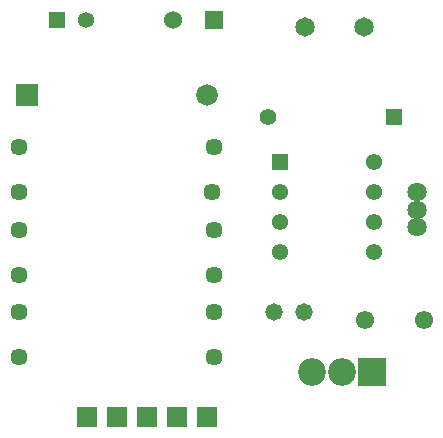
<source format=gbr>
G04 DesignSpark PCB Gerber Version 10.0 Build 5299*
%FSLAX35Y35*%
%MOIN*%
%ADD141R,0.05331X0.05331*%
%ADD135R,0.05449X0.05449*%
%ADD145R,0.05528X0.05528*%
%ADD137R,0.06020X0.06020*%
%ADD26R,0.07000X0.07000*%
%ADD143R,0.07201X0.07201*%
%ADD147R,0.09209X0.09209*%
%ADD142C,0.05331*%
%ADD136C,0.05449*%
%ADD146C,0.05528*%
%ADD72C,0.05724*%
%ADD140C,0.05791*%
%ADD138C,0.06020*%
%ADD139C,0.06118*%
%ADD149C,0.06437*%
%ADD29C,0.06512*%
%ADD144C,0.07201*%
%ADD148C,0.09209*%
X0Y0D02*
D02*
D26*
X28100Y13100D03*
X38100D03*
X48100D03*
X58100D03*
X68100D03*
D02*
D29*
X100915Y143100D03*
X120600D03*
D02*
D72*
X5600Y33100D03*
Y48100D03*
Y60600D03*
Y88100D03*
Y103100D03*
X5639Y75600D03*
X69773Y88100D03*
X70561Y33100D03*
Y48100D03*
Y60600D03*
Y103100D03*
X70600Y75600D03*
D02*
D135*
X92470Y98100D03*
D02*
D136*
Y68100D03*
Y78100D03*
Y88100D03*
X123730Y68100D03*
Y78100D03*
Y88100D03*
Y98100D03*
D02*
D137*
X70600Y145600D03*
D02*
D138*
X56820D03*
D02*
D139*
X120757Y45600D03*
X140443D03*
D02*
D140*
X90600Y48100D03*
X100600D03*
D02*
D141*
X18100Y145600D03*
D02*
D142*
X27943D03*
D02*
D143*
X8100Y120600D03*
D02*
D144*
X68336D03*
D02*
D145*
X130600Y113100D03*
D02*
D146*
X88474D03*
D02*
D147*
X123100Y28100D03*
D02*
D148*
X103100D03*
X113100D03*
D02*
D149*
X138100Y76289D03*
Y82194D03*
Y88100D03*
X0Y0D02*
M02*

</source>
